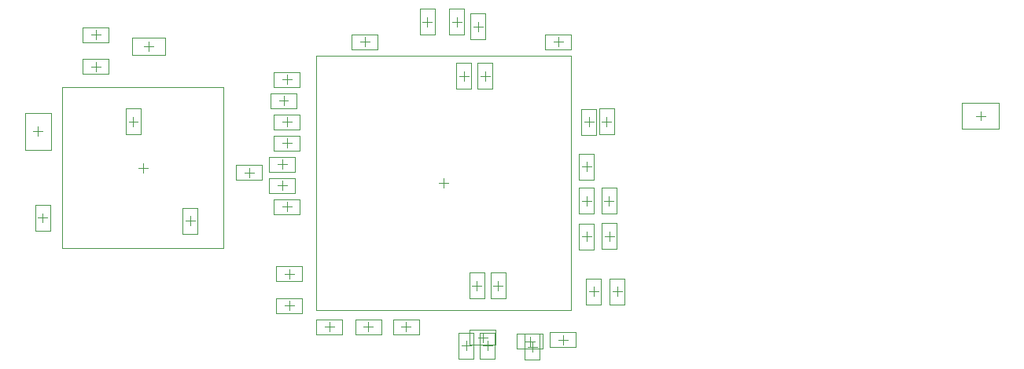
<source format=gbr>
G04 Layer_Color=32768*
%FSLAX25Y25*%
%MOIN*%
%TF.FileFunction,Mechanical*%
%TF.Part,Single*%
G01*
G75*
%TA.AperFunction,NonConductor*%
%ADD62C,0.00394*%
%ADD64C,0.00197*%
D62*
X75532Y91000D02*
X79469D01*
X77500Y89031D02*
Y92968D01*
X74350Y85488D02*
Y96512D01*
X80650Y85488D02*
Y96512D01*
X74350D02*
X80650D01*
X74350Y85488D02*
X80650D01*
X51467Y133185D02*
X55404D01*
X53435Y131217D02*
Y135153D01*
X56585Y127673D02*
Y138697D01*
X50285Y127673D02*
Y138697D01*
Y127673D02*
X56585D01*
X50285Y138697D02*
X56585D01*
X220532Y37500D02*
X224468D01*
X222500Y35531D02*
Y39469D01*
X225650Y31988D02*
Y43012D01*
X219350Y31988D02*
Y43012D01*
Y31988D02*
X225650D01*
X219350Y43012D02*
X225650D01*
X201500Y39531D02*
Y43468D01*
X199531Y41500D02*
X203468D01*
X195988Y38350D02*
X207012D01*
X195988Y44650D02*
X207012D01*
Y38350D02*
Y44650D01*
X195988Y38350D02*
Y44650D01*
X221500Y37815D02*
Y41752D01*
X219531Y39783D02*
X223468D01*
X215988Y36634D02*
X227012D01*
X215988Y42933D02*
X227012D01*
Y36634D02*
Y42933D01*
X215988Y36634D02*
Y42933D01*
X256532Y61000D02*
X260469D01*
X258500Y59031D02*
Y62968D01*
X255350Y55488D02*
Y66512D01*
X261650Y55488D02*
Y66512D01*
X255350Y55488D02*
X261650D01*
X255350Y66512D02*
X261650D01*
X246532Y61000D02*
X250468D01*
X248500Y59031D02*
Y62968D01*
X245350Y55488D02*
Y66512D01*
X251650Y55488D02*
Y66512D01*
X245350Y55488D02*
X251650D01*
X245350Y66512D02*
X251650D01*
X253236Y84500D02*
X257173D01*
X255205Y82531D02*
Y86468D01*
X252055Y78988D02*
Y90012D01*
X258354Y78988D02*
Y90012D01*
X252055Y78988D02*
X258354D01*
X252055Y90012D02*
X258354D01*
X243531Y84362D02*
X247469D01*
X245500Y82394D02*
Y86331D01*
X242350Y78850D02*
Y89874D01*
X248650Y78850D02*
Y89874D01*
X242350Y78850D02*
X248650D01*
X242350Y89874D02*
X248650D01*
X253031Y99500D02*
X256968D01*
X255000Y97531D02*
Y101469D01*
X251850Y93988D02*
Y105012D01*
X258150Y93988D02*
Y105012D01*
X251850Y93988D02*
X258150D01*
X251850Y105012D02*
X258150D01*
X243531Y114000D02*
X247468D01*
X245500Y112031D02*
Y115969D01*
X242350Y108488D02*
Y119512D01*
X248650Y108488D02*
Y119512D01*
X242350Y108488D02*
X248650D01*
X242350Y119512D02*
X248650D01*
X252031Y133185D02*
X255968D01*
X254000Y131217D02*
Y135153D01*
X250850Y127673D02*
Y138697D01*
X257150Y127673D02*
Y138697D01*
X250850Y127673D02*
X257150D01*
X250850Y138697D02*
X257150D01*
X244531Y133000D02*
X248468D01*
X246500Y131032D02*
Y134968D01*
X243350Y127488D02*
Y138512D01*
X249650Y127488D02*
Y138512D01*
X243350Y127488D02*
X249650D01*
X243350Y138512D02*
X249650D01*
X188531Y175500D02*
X192469D01*
X190500Y173531D02*
Y177469D01*
X193650Y169988D02*
Y181012D01*
X187350Y169988D02*
Y181012D01*
X193650D01*
X187350Y169988D02*
X193650D01*
X176031Y175500D02*
X179969D01*
X178000Y173531D02*
Y177469D01*
X181150Y169988D02*
Y181012D01*
X174850Y169988D02*
Y181012D01*
X181150D01*
X174850Y169988D02*
X181150D01*
X116500Y113031D02*
Y116969D01*
X114532Y115000D02*
X118468D01*
X110988Y118150D02*
X122012D01*
X110988Y111850D02*
X122012D01*
X110988D02*
Y118150D01*
X122012Y111850D02*
Y118150D01*
X169000Y44032D02*
Y47969D01*
X167032Y46000D02*
X170968D01*
X163488Y49150D02*
X174512D01*
X163488Y42850D02*
X174512D01*
X163488D02*
Y49150D01*
X174512Y42850D02*
Y49150D01*
X153000Y44032D02*
Y47969D01*
X151031Y46000D02*
X154969D01*
X147488Y49150D02*
X158512D01*
X147488Y42850D02*
X158512D01*
X147488D02*
Y49150D01*
X158512Y42850D02*
Y49150D01*
X136500Y44032D02*
Y47969D01*
X134531Y46000D02*
X138469D01*
X130988Y49150D02*
X142012D01*
X130988Y42850D02*
X142012D01*
X130988D02*
Y49150D01*
X142012Y42850D02*
Y49150D01*
X119500Y66531D02*
Y70468D01*
X117532Y68500D02*
X121468D01*
X113988Y71650D02*
X125012D01*
X113988Y65350D02*
X125012D01*
X113988D02*
Y71650D01*
X125012Y65350D02*
Y71650D01*
X119500Y53031D02*
Y56968D01*
X117532Y55000D02*
X121468D01*
X113988Y58150D02*
X125012D01*
X113988Y51850D02*
X125012D01*
X113988D02*
Y58150D01*
X125012Y51850D02*
Y58150D01*
X145988Y163850D02*
Y170150D01*
X157012Y163850D02*
Y170150D01*
X145988D02*
X157012D01*
X145988Y163850D02*
X157012D01*
X149531Y167000D02*
X153469D01*
X151500Y165032D02*
Y168968D01*
X124012Y147850D02*
Y154150D01*
X112988Y147850D02*
Y154150D01*
Y147850D02*
X124012D01*
X112988Y154150D02*
X124012D01*
X116532Y151000D02*
X120468D01*
X118500Y149031D02*
Y152969D01*
X43012Y166850D02*
Y173150D01*
X31988Y166850D02*
Y173150D01*
Y166850D02*
X43012D01*
X31988Y173150D02*
X43012D01*
X35531Y170000D02*
X39469D01*
X37500Y168032D02*
Y171968D01*
X31988Y153350D02*
Y159650D01*
X43012Y153350D02*
Y159650D01*
X31988D02*
X43012D01*
X31988Y153350D02*
X43012D01*
X35531Y156500D02*
X39469D01*
X37500Y154532D02*
Y158468D01*
X60000Y163031D02*
Y166969D01*
X58031Y165000D02*
X61968D01*
X53110Y168740D02*
X66890D01*
X53110Y161260D02*
X66890D01*
X53110D02*
Y168740D01*
X66890Y161260D02*
Y168740D01*
X13032Y92236D02*
X16969D01*
X15000Y90268D02*
Y94205D01*
X11850Y86724D02*
Y97748D01*
X18150Y86724D02*
Y97748D01*
X11850Y86724D02*
X18150D01*
X11850Y97748D02*
X18150D01*
X404626Y130032D02*
Y141055D01*
X420374Y130032D02*
Y141055D01*
X404626D02*
X420374D01*
X404626Y130032D02*
X420374D01*
X410532Y135543D02*
X414468D01*
X412500Y133575D02*
Y137512D01*
X197531Y173500D02*
X201468D01*
X199500Y171531D02*
Y175469D01*
X202650Y167988D02*
Y179012D01*
X196350Y167988D02*
Y179012D01*
X202650D01*
X196350Y167988D02*
X202650D01*
X233500Y165032D02*
Y168968D01*
X231532Y167000D02*
X235469D01*
X227988Y163850D02*
X239012D01*
X227988Y170150D02*
X239012D01*
Y163850D02*
Y170150D01*
X227988Y163850D02*
Y170150D01*
X7488Y136874D02*
X18512D01*
X7488Y121126D02*
X18512D01*
Y136874D01*
X7488Y121126D02*
Y136874D01*
X13000Y127032D02*
Y130968D01*
X11032Y129000D02*
X14968D01*
X185000Y105032D02*
Y108968D01*
X183031Y107000D02*
X186969D01*
X117132Y140032D02*
Y143968D01*
X115164Y142000D02*
X119100D01*
X111620Y145150D02*
X122644D01*
X111620Y138850D02*
X122644D01*
X111620D02*
Y145150D01*
X122644Y138850D02*
Y145150D01*
X118500Y131032D02*
Y134968D01*
X116532Y133000D02*
X120468D01*
X112988Y136150D02*
X124012D01*
X112988Y129850D02*
X124012D01*
X112988D02*
Y136150D01*
X124012Y129850D02*
Y136150D01*
X118500Y122031D02*
Y125969D01*
X116532Y124000D02*
X120468D01*
X112988Y127150D02*
X124012D01*
X112988Y120850D02*
X124012D01*
X112988D02*
Y127150D01*
X124012Y120850D02*
Y127150D01*
X116547Y104032D02*
Y107968D01*
X114579Y106000D02*
X118516D01*
X111035Y109150D02*
X122059D01*
X111035Y102850D02*
X122059D01*
X111035D02*
Y109150D01*
X122059Y102850D02*
Y109150D01*
X118500Y95031D02*
Y98968D01*
X116532Y97000D02*
X120468D01*
X112988Y100150D02*
X124012D01*
X112988Y93850D02*
X124012D01*
X112988D02*
Y100150D01*
X124012Y93850D02*
Y100150D01*
X192532Y38000D02*
X196468D01*
X194500Y36031D02*
Y39968D01*
X197650Y32488D02*
Y43512D01*
X191350Y32488D02*
Y43512D01*
Y32488D02*
X197650D01*
X191350Y43512D02*
X197650D01*
X201532Y38000D02*
X205469D01*
X203500Y36031D02*
Y39968D01*
X206650Y32488D02*
Y43512D01*
X200350Y32488D02*
Y43512D01*
Y32488D02*
X206650D01*
X200350Y43512D02*
X206650D01*
X197031Y63453D02*
X200969D01*
X199000Y61484D02*
Y65421D01*
X195850Y57941D02*
Y68965D01*
X202150Y57941D02*
Y68965D01*
X195850D02*
X202150D01*
X195850Y57941D02*
X202150D01*
X235500Y38532D02*
Y42469D01*
X233531Y40500D02*
X237469D01*
X229988Y37350D02*
X241012D01*
X229988Y43650D02*
X241012D01*
Y37350D02*
Y43650D01*
X229988Y37350D02*
Y43650D01*
X243531Y99500D02*
X247468D01*
X245500Y97531D02*
Y101469D01*
X242350Y93988D02*
Y105012D01*
X248650Y93988D02*
Y105012D01*
X242350Y93988D02*
X248650D01*
X242350Y105012D02*
X248650D01*
X206031Y63453D02*
X209968D01*
X208000Y61484D02*
Y65421D01*
X204850Y57941D02*
Y68965D01*
X211150Y57941D02*
Y68965D01*
X204850D02*
X211150D01*
X204850Y57941D02*
X211150D01*
X102500Y109531D02*
Y113469D01*
X100531Y111500D02*
X104469D01*
X96988Y114650D02*
X108012D01*
X96988Y108350D02*
X108012D01*
Y114650D01*
X96988Y108350D02*
Y114650D01*
X191532Y152500D02*
X195468D01*
X193500Y150531D02*
Y154469D01*
X196650Y146988D02*
Y158012D01*
X190350Y146988D02*
Y158012D01*
Y146988D02*
X196650D01*
X190350Y158012D02*
X196650D01*
X200532Y152500D02*
X204468D01*
X202500Y150531D02*
Y154469D01*
X205650Y146988D02*
Y158012D01*
X199350Y146988D02*
Y158012D01*
Y146988D02*
X205650D01*
X199350Y158012D02*
X205650D01*
X23248Y147752D02*
X91752D01*
X23248Y79248D02*
X91752D01*
Y147752D01*
X23248Y79248D02*
Y147752D01*
X57500Y111531D02*
Y115469D01*
X55532Y113500D02*
X59469D01*
D64*
X131063Y160937D02*
X238937D01*
X131063Y53063D02*
X238937D01*
Y160937D01*
X131063Y53063D02*
Y160937D01*
%TF.MD5,BAABFC6CB9B1CAFB13DA72CA7E66F380*%
M02*

</source>
